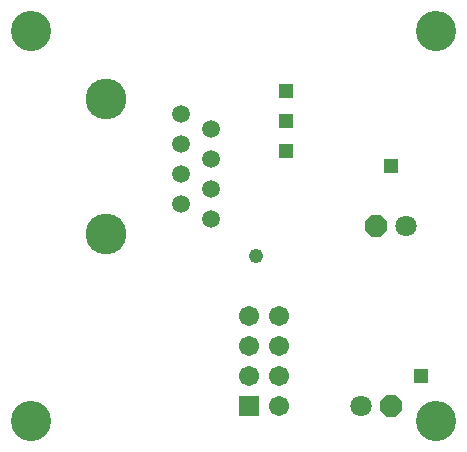
<source format=gbs>
G75*
%MOIN*%
%OFA0B0*%
%FSLAX25Y25*%
%IPPOS*%
%LPD*%
%AMOC8*
5,1,8,0,0,1.08239X$1,22.5*
%
%ADD10C,0.13398*%
%ADD11OC8,0.07100*%
%ADD12C,0.07100*%
%ADD13C,0.05950*%
%ADD14C,0.13595*%
%ADD15C,0.06706*%
%ADD16R,0.06706X0.06706*%
%ADD17R,0.04762X0.04762*%
%ADD18C,0.04762*%
D10*
X0021210Y0013520D03*
X0156210Y0013520D03*
X0156210Y0143520D03*
X0021210Y0143520D03*
D11*
X0136210Y0078520D03*
X0141210Y0018520D03*
D12*
X0131210Y0018520D03*
X0146210Y0078520D03*
D13*
X0081210Y0081020D03*
X0081210Y0091020D03*
X0081210Y0101020D03*
X0071210Y0106020D03*
X0071210Y0116020D03*
X0081210Y0111020D03*
X0071210Y0096020D03*
X0071210Y0086020D03*
D14*
X0046210Y0076020D03*
X0046210Y0121020D03*
D15*
X0093927Y0048520D03*
X0103927Y0048520D03*
X0103927Y0038520D03*
X0103927Y0028520D03*
X0093927Y0028520D03*
X0093927Y0038520D03*
X0103927Y0018520D03*
D16*
X0093927Y0018520D03*
D17*
X0151210Y0028520D03*
X0141210Y0098520D03*
X0106210Y0103520D03*
X0106210Y0113520D03*
X0106210Y0123520D03*
D18*
X0096210Y0068520D03*
M02*

</source>
